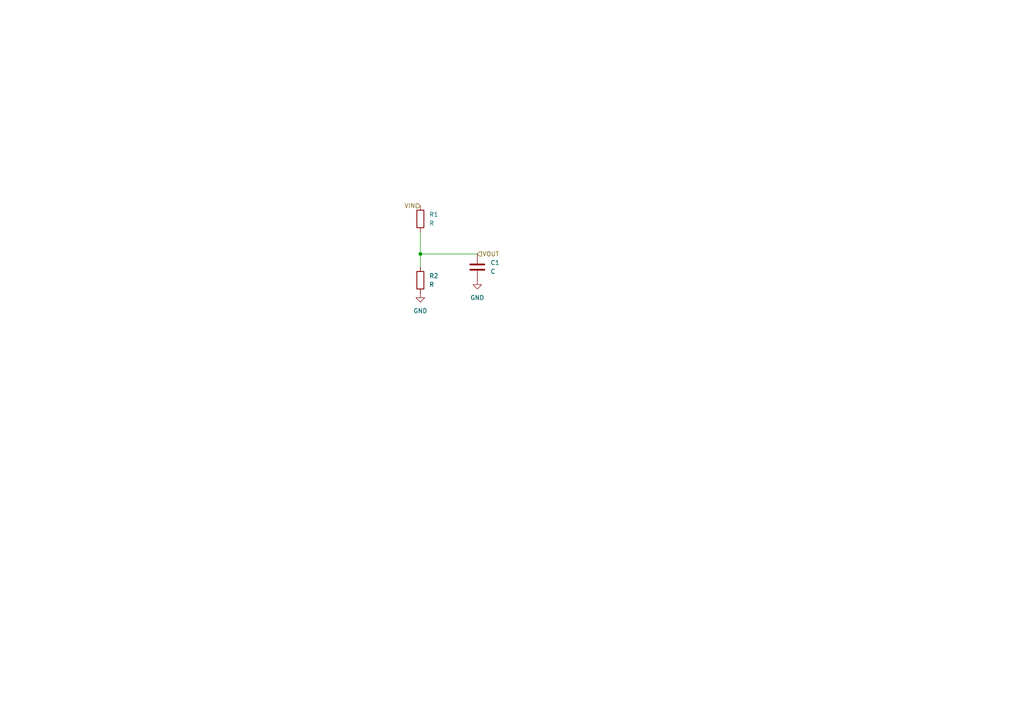
<source format=kicad_sch>
(kicad_sch (version 20231120) (generator "eeschema") (generator_version "8.0")
  (paper "A4")
  (lib_symbols
    (symbol "Device:C" (pin_numbers hide) (pin_names (offset 0.254))
      (property "Reference" "C" (at 0.635 2.54 0))
      (property "Value" "C" (at 0.635 -2.54 0))
      (symbol "C_0_1"
        (polyline (pts (xy -2.032 -0.762) (xy 2.032 -0.762)) (stroke (width 0.508)))
        (polyline (pts (xy -2.032 0.762) (xy 2.032 0.762)) (stroke (width 0.508)))
      )
      (symbol "C_1_1"
        (pin passive line (at 0 3.81 270) (length 2.794) (name "~") (number "1"))
        (pin passive line (at 0 -3.81 90) (length 2.794) (name "~") (number "2"))
      )
    )
    (symbol "Device:R" (pin_numbers hide) (pin_names (offset 0))
      (property "Reference" "R" (at 2.032 0 90))
      (property "Value" "R" (at 0 0 90))
      (symbol "R_0_1"
        (rectangle (start -1.016 -2.54) (end 1.016 2.54) (stroke (width 0.254)))
      )
      (symbol "R_1_1"
        (pin passive line (at 0 3.81 270) (length 1.27) (name "~") (number "1"))
        (pin passive line (at 0 -3.81 90) (length 1.27) (name "~") (number "2"))
      )
    )
    (symbol "power:GND" (power) (pin_numbers hide) (pin_names (offset 0) hide)
      (property "Value" "GND" (at 0 -3.81 0))
      (symbol "GND_0_1"
        (polyline (pts (xy 0 0) (xy 0 -1.27) (xy 1.27 -1.27) (xy 0 -2.54) (xy -1.27 -1.27) (xy 0 -1.27)))
      )
      (symbol "GND_1_1"
        (pin power_in line (at 0 0 270) (length 0) (name "~") (number "1"))
      )
    )
  )
  (junction (at 121.92 73.66))
  (wire (pts (xy 121.92 67.31) (xy 121.92 73.66)))
  (wire (pts (xy 121.92 73.66) (xy 121.92 77.47)))
  (wire (pts (xy 121.92 73.66) (xy 138.43 73.66)))
  (hierarchical_label "VIN" (shape input) (at 121.92 59.69 180))
  (hierarchical_label "VOUT" (shape input) (at 138.43 73.66 0))
  (symbol (lib_id "power:GND") (at 121.92 85.09 0) (unit 1)
    (property "Reference" "#PWR01" (effects (hide yes)))
    (property "Value" "GND" (at 121.92 90.17 0))
    (property "Description" "Power symbol creates a global label with name \"GND\" , ground" (effects (hide yes)))
  )
  (symbol (lib_id "power:GND") (at 138.43 81.28 0) (unit 1)
    (property "Reference" "#PWR02" (effects (hide yes)))
    (property "Value" "GND" (at 138.43 86.36 0))
    (property "Description" "Power symbol creates a global label with name \"GND\" , ground" (effects (hide yes)))
  )
  (symbol (lib_id "Device:R") (at 121.92 81.28 0) (unit 1)
    (property "Reference" "R2" (at 124.46 80.0099 0) (effects (justify left)))
    (property "Value" "R" (at 124.46 82.5499 0) (effects (justify left)))
    (property "Footprint" "Resistor_SMD:R_0603_1608Metric" (effects (hide yes)))
    (property "Description" "Resistor" (effects (hide yes)))
  )
  (symbol (lib_id "Device:R") (at 121.92 63.5 0) (unit 1)
    (property "Reference" "R1" (at 124.46 62.2299 0) (effects (justify left)))
    (property "Value" "R" (at 124.46 64.7699 0) (effects (justify left)))
    (property "Footprint" "Resistor_SMD:R_0603_1608Metric" (effects (hide yes)))
    (property "Description" "Resistor" (effects (hide yes)))
  )
  (symbol (lib_id "Device:C") (at 138.43 77.47 0) (unit 1)
    (property "Reference" "C1" (at 142.24 76.1999 0) (effects (justify left)))
    (property "Value" "C" (at 142.24 78.7399 0) (effects (justify left)))
    (property "Description" "Unpolarized capacitor" (effects (hide yes)))
  )
)
</source>
